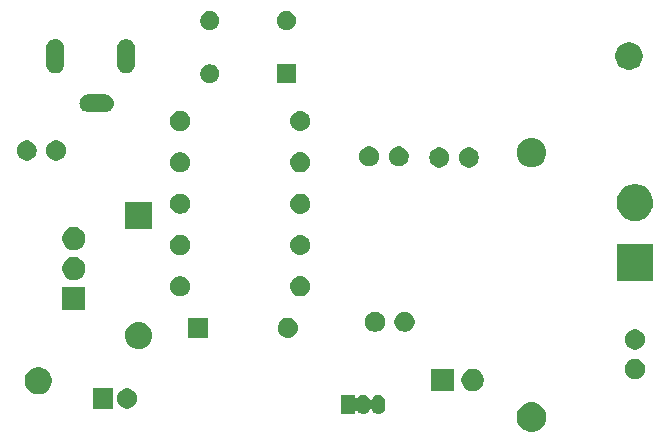
<source format=gbr>
G04 #@! TF.GenerationSoftware,KiCad,Pcbnew,(5.0.1)-3*
G04 #@! TF.CreationDate,2021-02-18T11:14:39+05:45*
G04 #@! TF.ProjectId,Battery-Charger,426174746572792D436861726765722E,rev?*
G04 #@! TF.SameCoordinates,Original*
G04 #@! TF.FileFunction,Soldermask,Bot*
G04 #@! TF.FilePolarity,Negative*
%FSLAX46Y46*%
G04 Gerber Fmt 4.6, Leading zero omitted, Abs format (unit mm)*
G04 Created by KiCad (PCBNEW (5.0.1)-3) date 2/18/2021 11:14:39 AM*
%MOMM*%
%LPD*%
G01*
G04 APERTURE LIST*
%ADD10C,0.100000*%
G04 APERTURE END LIST*
D10*
G36*
X166933635Y-101831019D02*
X167114903Y-101867075D01*
X167342571Y-101961378D01*
X167546542Y-102097668D01*
X167547469Y-102098287D01*
X167721713Y-102272531D01*
X167721715Y-102272534D01*
X167858622Y-102477429D01*
X167952925Y-102705097D01*
X168001000Y-102946787D01*
X168001000Y-103193213D01*
X167952925Y-103434903D01*
X167858622Y-103662571D01*
X167722332Y-103866542D01*
X167721713Y-103867469D01*
X167547469Y-104041713D01*
X167547466Y-104041715D01*
X167342571Y-104178622D01*
X167114903Y-104272925D01*
X166933635Y-104308981D01*
X166873214Y-104321000D01*
X166626786Y-104321000D01*
X166566365Y-104308981D01*
X166385097Y-104272925D01*
X166157429Y-104178622D01*
X165952534Y-104041715D01*
X165952531Y-104041713D01*
X165778287Y-103867469D01*
X165777668Y-103866542D01*
X165641378Y-103662571D01*
X165547075Y-103434903D01*
X165499000Y-103193213D01*
X165499000Y-102946787D01*
X165547075Y-102705097D01*
X165641378Y-102477429D01*
X165778285Y-102272534D01*
X165778287Y-102272531D01*
X165952531Y-102098287D01*
X165953458Y-102097668D01*
X166157429Y-101961378D01*
X166385097Y-101867075D01*
X166566365Y-101831019D01*
X166626786Y-101819000D01*
X166873214Y-101819000D01*
X166933635Y-101831019D01*
X166933635Y-101831019D01*
G37*
G36*
X153882915Y-101207334D02*
X153991491Y-101240271D01*
X154091556Y-101293756D01*
X154179264Y-101365736D01*
X154251244Y-101453443D01*
X154304729Y-101553508D01*
X154337666Y-101662084D01*
X154346000Y-101746702D01*
X154346000Y-102253297D01*
X154337666Y-102337916D01*
X154304729Y-102446492D01*
X154251244Y-102546557D01*
X154179264Y-102634264D01*
X154091557Y-102706244D01*
X153991492Y-102759729D01*
X153882916Y-102792666D01*
X153770000Y-102803787D01*
X153657085Y-102792666D01*
X153548509Y-102759729D01*
X153448444Y-102706244D01*
X153360737Y-102634264D01*
X153288757Y-102546557D01*
X153245240Y-102465143D01*
X153231627Y-102444768D01*
X153214299Y-102427441D01*
X153193925Y-102413827D01*
X153171286Y-102404450D01*
X153147253Y-102399669D01*
X153122748Y-102399669D01*
X153098715Y-102404449D01*
X153076076Y-102413827D01*
X153055701Y-102427440D01*
X153038374Y-102444768D01*
X153024760Y-102465143D01*
X152981244Y-102546557D01*
X152909264Y-102634264D01*
X152821557Y-102706244D01*
X152721492Y-102759729D01*
X152612916Y-102792666D01*
X152500000Y-102803787D01*
X152387085Y-102792666D01*
X152278509Y-102759729D01*
X152178444Y-102706244D01*
X152090737Y-102634264D01*
X152027626Y-102557364D01*
X152010299Y-102540036D01*
X151989924Y-102526423D01*
X151967285Y-102517045D01*
X151943252Y-102512265D01*
X151918748Y-102512265D01*
X151894714Y-102517046D01*
X151872075Y-102526423D01*
X151851701Y-102540037D01*
X151834373Y-102557364D01*
X151820760Y-102577739D01*
X151811382Y-102600378D01*
X151806000Y-102636663D01*
X151806000Y-102801000D01*
X150654000Y-102801000D01*
X150654000Y-101199000D01*
X151806000Y-101199000D01*
X151806000Y-101363337D01*
X151808402Y-101387723D01*
X151815515Y-101411172D01*
X151827066Y-101432783D01*
X151842612Y-101451725D01*
X151861554Y-101467271D01*
X151883165Y-101478822D01*
X151906614Y-101485935D01*
X151931000Y-101488337D01*
X151955386Y-101485935D01*
X151978835Y-101478822D01*
X152000446Y-101467271D01*
X152027626Y-101442636D01*
X152035712Y-101432783D01*
X152090736Y-101365736D01*
X152178443Y-101293756D01*
X152278508Y-101240271D01*
X152387084Y-101207334D01*
X152500000Y-101196213D01*
X152612915Y-101207334D01*
X152721491Y-101240271D01*
X152821556Y-101293756D01*
X152909264Y-101365736D01*
X152981244Y-101453443D01*
X153024767Y-101534869D01*
X153038373Y-101555232D01*
X153055700Y-101572560D01*
X153076075Y-101586174D01*
X153098713Y-101595551D01*
X153122747Y-101600332D01*
X153147251Y-101600332D01*
X153171285Y-101595552D01*
X153193924Y-101586175D01*
X153214298Y-101572561D01*
X153231626Y-101555234D01*
X153245240Y-101534858D01*
X153288756Y-101453444D01*
X153305712Y-101432783D01*
X153360736Y-101365736D01*
X153448443Y-101293756D01*
X153548508Y-101240271D01*
X153657084Y-101207334D01*
X153770000Y-101196213D01*
X153882915Y-101207334D01*
X153882915Y-101207334D01*
G37*
G36*
X132748228Y-100681703D02*
X132903100Y-100745853D01*
X133042481Y-100838985D01*
X133161015Y-100957519D01*
X133254147Y-101096900D01*
X133318297Y-101251772D01*
X133351000Y-101416184D01*
X133351000Y-101583816D01*
X133318297Y-101748228D01*
X133254147Y-101903100D01*
X133161015Y-102042481D01*
X133042481Y-102161015D01*
X132903100Y-102254147D01*
X132748228Y-102318297D01*
X132583816Y-102351000D01*
X132416184Y-102351000D01*
X132251772Y-102318297D01*
X132096900Y-102254147D01*
X131957519Y-102161015D01*
X131838985Y-102042481D01*
X131745853Y-101903100D01*
X131681703Y-101748228D01*
X131649000Y-101583816D01*
X131649000Y-101416184D01*
X131681703Y-101251772D01*
X131745853Y-101096900D01*
X131838985Y-100957519D01*
X131957519Y-100838985D01*
X132096900Y-100745853D01*
X132251772Y-100681703D01*
X132416184Y-100649000D01*
X132583816Y-100649000D01*
X132748228Y-100681703D01*
X132748228Y-100681703D01*
G37*
G36*
X131351000Y-102351000D02*
X129649000Y-102351000D01*
X129649000Y-100649000D01*
X131351000Y-100649000D01*
X131351000Y-102351000D01*
X131351000Y-102351000D01*
G37*
G36*
X125335734Y-98893232D02*
X125545202Y-98979996D01*
X125733723Y-99105962D01*
X125894038Y-99266277D01*
X126020004Y-99454798D01*
X126106768Y-99664266D01*
X126151000Y-99886635D01*
X126151000Y-100113365D01*
X126106768Y-100335734D01*
X126020004Y-100545202D01*
X125894038Y-100733723D01*
X125733723Y-100894038D01*
X125545202Y-101020004D01*
X125335734Y-101106768D01*
X125113365Y-101151000D01*
X124886635Y-101151000D01*
X124664266Y-101106768D01*
X124454798Y-101020004D01*
X124266277Y-100894038D01*
X124105962Y-100733723D01*
X123979996Y-100545202D01*
X123893232Y-100335734D01*
X123849000Y-100113365D01*
X123849000Y-99886635D01*
X123893232Y-99664266D01*
X123979996Y-99454798D01*
X124105962Y-99266277D01*
X124266277Y-99105962D01*
X124454798Y-98979996D01*
X124664266Y-98893232D01*
X124886635Y-98849000D01*
X125113365Y-98849000D01*
X125335734Y-98893232D01*
X125335734Y-98893232D01*
G37*
G36*
X162047396Y-99005546D02*
X162220466Y-99077234D01*
X162376230Y-99181312D01*
X162508688Y-99313770D01*
X162612766Y-99469534D01*
X162684454Y-99642604D01*
X162721000Y-99826333D01*
X162721000Y-100013667D01*
X162684454Y-100197396D01*
X162612766Y-100370466D01*
X162508688Y-100526230D01*
X162376230Y-100658688D01*
X162220466Y-100762766D01*
X162047396Y-100834454D01*
X161863667Y-100871000D01*
X161676333Y-100871000D01*
X161492604Y-100834454D01*
X161319534Y-100762766D01*
X161163770Y-100658688D01*
X161031312Y-100526230D01*
X160927234Y-100370466D01*
X160855546Y-100197396D01*
X160819000Y-100013667D01*
X160819000Y-99826333D01*
X160855546Y-99642604D01*
X160927234Y-99469534D01*
X161031312Y-99313770D01*
X161163770Y-99181312D01*
X161319534Y-99077234D01*
X161492604Y-99005546D01*
X161676333Y-98969000D01*
X161863667Y-98969000D01*
X162047396Y-99005546D01*
X162047396Y-99005546D01*
G37*
G36*
X160181000Y-100871000D02*
X158279000Y-100871000D01*
X158279000Y-98969000D01*
X160181000Y-98969000D01*
X160181000Y-100871000D01*
X160181000Y-100871000D01*
G37*
G36*
X175748228Y-98181703D02*
X175903100Y-98245853D01*
X176042481Y-98338985D01*
X176161015Y-98457519D01*
X176254147Y-98596900D01*
X176318297Y-98751772D01*
X176351000Y-98916184D01*
X176351000Y-99083816D01*
X176318297Y-99248228D01*
X176254147Y-99403100D01*
X176161015Y-99542481D01*
X176042481Y-99661015D01*
X175903100Y-99754147D01*
X175748228Y-99818297D01*
X175583816Y-99851000D01*
X175416184Y-99851000D01*
X175251772Y-99818297D01*
X175096900Y-99754147D01*
X174957519Y-99661015D01*
X174838985Y-99542481D01*
X174745853Y-99403100D01*
X174681703Y-99248228D01*
X174649000Y-99083816D01*
X174649000Y-98916184D01*
X174681703Y-98751772D01*
X174745853Y-98596900D01*
X174838985Y-98457519D01*
X174957519Y-98338985D01*
X175096900Y-98245853D01*
X175251772Y-98181703D01*
X175416184Y-98149000D01*
X175583816Y-98149000D01*
X175748228Y-98181703D01*
X175748228Y-98181703D01*
G37*
G36*
X175748228Y-95681703D02*
X175903100Y-95745853D01*
X176042481Y-95838985D01*
X176161015Y-95957519D01*
X176254147Y-96096900D01*
X176318297Y-96251772D01*
X176351000Y-96416184D01*
X176351000Y-96583816D01*
X176318297Y-96748228D01*
X176254147Y-96903100D01*
X176161015Y-97042481D01*
X176042481Y-97161015D01*
X175903100Y-97254147D01*
X175748228Y-97318297D01*
X175583816Y-97351000D01*
X175416184Y-97351000D01*
X175251772Y-97318297D01*
X175096900Y-97254147D01*
X174957519Y-97161015D01*
X174838985Y-97042481D01*
X174745853Y-96903100D01*
X174681703Y-96748228D01*
X174649000Y-96583816D01*
X174649000Y-96416184D01*
X174681703Y-96251772D01*
X174745853Y-96096900D01*
X174838985Y-95957519D01*
X174957519Y-95838985D01*
X175096900Y-95745853D01*
X175251772Y-95681703D01*
X175416184Y-95649000D01*
X175583816Y-95649000D01*
X175748228Y-95681703D01*
X175748228Y-95681703D01*
G37*
G36*
X133624180Y-95015662D02*
X133725635Y-95025654D01*
X133942600Y-95091470D01*
X133942602Y-95091471D01*
X133942605Y-95091472D01*
X134142556Y-95198347D01*
X134317818Y-95342182D01*
X134461653Y-95517444D01*
X134568528Y-95717395D01*
X134568529Y-95717398D01*
X134568530Y-95717400D01*
X134634346Y-95934365D01*
X134656569Y-96160000D01*
X134634346Y-96385635D01*
X134574228Y-96583816D01*
X134568528Y-96602605D01*
X134461653Y-96802556D01*
X134317818Y-96977818D01*
X134142556Y-97121653D01*
X133942605Y-97228528D01*
X133942602Y-97228529D01*
X133942600Y-97228530D01*
X133725635Y-97294346D01*
X133624180Y-97304338D01*
X133556545Y-97311000D01*
X133443455Y-97311000D01*
X133375820Y-97304338D01*
X133274365Y-97294346D01*
X133057400Y-97228530D01*
X133057398Y-97228529D01*
X133057395Y-97228528D01*
X132857444Y-97121653D01*
X132682182Y-96977818D01*
X132538347Y-96802556D01*
X132431472Y-96602605D01*
X132425772Y-96583816D01*
X132365654Y-96385635D01*
X132343431Y-96160000D01*
X132365654Y-95934365D01*
X132431470Y-95717400D01*
X132431471Y-95717398D01*
X132431472Y-95717395D01*
X132538347Y-95517444D01*
X132682182Y-95342182D01*
X132857444Y-95198347D01*
X133057395Y-95091472D01*
X133057398Y-95091471D01*
X133057400Y-95091470D01*
X133274365Y-95025654D01*
X133375820Y-95015662D01*
X133443455Y-95009000D01*
X133556545Y-95009000D01*
X133624180Y-95015662D01*
X133624180Y-95015662D01*
G37*
G36*
X146286821Y-94661313D02*
X146286824Y-94661314D01*
X146286825Y-94661314D01*
X146447239Y-94709975D01*
X146447241Y-94709976D01*
X146447244Y-94709977D01*
X146595078Y-94788995D01*
X146724659Y-94895341D01*
X146831005Y-95024922D01*
X146910023Y-95172756D01*
X146910024Y-95172759D01*
X146910025Y-95172761D01*
X146958686Y-95333175D01*
X146958687Y-95333179D01*
X146975117Y-95500000D01*
X146958687Y-95666821D01*
X146958686Y-95666824D01*
X146958686Y-95666825D01*
X146912738Y-95818297D01*
X146910023Y-95827244D01*
X146831005Y-95975078D01*
X146724659Y-96104659D01*
X146595078Y-96211005D01*
X146447244Y-96290023D01*
X146447241Y-96290024D01*
X146447239Y-96290025D01*
X146286825Y-96338686D01*
X146286824Y-96338686D01*
X146286821Y-96338687D01*
X146161804Y-96351000D01*
X146078196Y-96351000D01*
X145953179Y-96338687D01*
X145953176Y-96338686D01*
X145953175Y-96338686D01*
X145792761Y-96290025D01*
X145792759Y-96290024D01*
X145792756Y-96290023D01*
X145644922Y-96211005D01*
X145515341Y-96104659D01*
X145408995Y-95975078D01*
X145329977Y-95827244D01*
X145327263Y-95818297D01*
X145281314Y-95666825D01*
X145281314Y-95666824D01*
X145281313Y-95666821D01*
X145264883Y-95500000D01*
X145281313Y-95333179D01*
X145281314Y-95333175D01*
X145329975Y-95172761D01*
X145329976Y-95172759D01*
X145329977Y-95172756D01*
X145408995Y-95024922D01*
X145515341Y-94895341D01*
X145644922Y-94788995D01*
X145792756Y-94709977D01*
X145792759Y-94709976D01*
X145792761Y-94709975D01*
X145953175Y-94661314D01*
X145953176Y-94661314D01*
X145953179Y-94661313D01*
X146078196Y-94649000D01*
X146161804Y-94649000D01*
X146286821Y-94661313D01*
X146286821Y-94661313D01*
G37*
G36*
X139351000Y-96351000D02*
X137649000Y-96351000D01*
X137649000Y-94649000D01*
X139351000Y-94649000D01*
X139351000Y-96351000D01*
X139351000Y-96351000D01*
G37*
G36*
X156248228Y-94181703D02*
X156403100Y-94245853D01*
X156542481Y-94338985D01*
X156661015Y-94457519D01*
X156754147Y-94596900D01*
X156818297Y-94751772D01*
X156851000Y-94916184D01*
X156851000Y-95083816D01*
X156818297Y-95248228D01*
X156754147Y-95403100D01*
X156661015Y-95542481D01*
X156542481Y-95661015D01*
X156403100Y-95754147D01*
X156248228Y-95818297D01*
X156083816Y-95851000D01*
X155916184Y-95851000D01*
X155751772Y-95818297D01*
X155596900Y-95754147D01*
X155457519Y-95661015D01*
X155338985Y-95542481D01*
X155245853Y-95403100D01*
X155181703Y-95248228D01*
X155149000Y-95083816D01*
X155149000Y-94916184D01*
X155181703Y-94751772D01*
X155245853Y-94596900D01*
X155338985Y-94457519D01*
X155457519Y-94338985D01*
X155596900Y-94245853D01*
X155751772Y-94181703D01*
X155916184Y-94149000D01*
X156083816Y-94149000D01*
X156248228Y-94181703D01*
X156248228Y-94181703D01*
G37*
G36*
X153748228Y-94181703D02*
X153903100Y-94245853D01*
X154042481Y-94338985D01*
X154161015Y-94457519D01*
X154254147Y-94596900D01*
X154318297Y-94751772D01*
X154351000Y-94916184D01*
X154351000Y-95083816D01*
X154318297Y-95248228D01*
X154254147Y-95403100D01*
X154161015Y-95542481D01*
X154042481Y-95661015D01*
X153903100Y-95754147D01*
X153748228Y-95818297D01*
X153583816Y-95851000D01*
X153416184Y-95851000D01*
X153251772Y-95818297D01*
X153096900Y-95754147D01*
X152957519Y-95661015D01*
X152838985Y-95542481D01*
X152745853Y-95403100D01*
X152681703Y-95248228D01*
X152649000Y-95083816D01*
X152649000Y-94916184D01*
X152681703Y-94751772D01*
X152745853Y-94596900D01*
X152838985Y-94457519D01*
X152957519Y-94338985D01*
X153096900Y-94245853D01*
X153251772Y-94181703D01*
X153416184Y-94149000D01*
X153583816Y-94149000D01*
X153748228Y-94181703D01*
X153748228Y-94181703D01*
G37*
G36*
X128981000Y-94021000D02*
X127019000Y-94021000D01*
X127019000Y-92059000D01*
X128981000Y-92059000D01*
X128981000Y-94021000D01*
X128981000Y-94021000D01*
G37*
G36*
X147326821Y-91161313D02*
X147326824Y-91161314D01*
X147326825Y-91161314D01*
X147487239Y-91209975D01*
X147487241Y-91209976D01*
X147487244Y-91209977D01*
X147635078Y-91288995D01*
X147764659Y-91395341D01*
X147871005Y-91524922D01*
X147950023Y-91672756D01*
X147950024Y-91672759D01*
X147950025Y-91672761D01*
X147998686Y-91833175D01*
X147998687Y-91833179D01*
X148015117Y-92000000D01*
X147998687Y-92166821D01*
X147998686Y-92166824D01*
X147998686Y-92166825D01*
X147973993Y-92248228D01*
X147950023Y-92327244D01*
X147871005Y-92475078D01*
X147764659Y-92604659D01*
X147635078Y-92711005D01*
X147487244Y-92790023D01*
X147487241Y-92790024D01*
X147487239Y-92790025D01*
X147326825Y-92838686D01*
X147326824Y-92838686D01*
X147326821Y-92838687D01*
X147201804Y-92851000D01*
X147118196Y-92851000D01*
X146993179Y-92838687D01*
X146993176Y-92838686D01*
X146993175Y-92838686D01*
X146832761Y-92790025D01*
X146832759Y-92790024D01*
X146832756Y-92790023D01*
X146684922Y-92711005D01*
X146555341Y-92604659D01*
X146448995Y-92475078D01*
X146369977Y-92327244D01*
X146346008Y-92248228D01*
X146321314Y-92166825D01*
X146321314Y-92166824D01*
X146321313Y-92166821D01*
X146304883Y-92000000D01*
X146321313Y-91833179D01*
X146321314Y-91833175D01*
X146369975Y-91672761D01*
X146369976Y-91672759D01*
X146369977Y-91672756D01*
X146448995Y-91524922D01*
X146555341Y-91395341D01*
X146684922Y-91288995D01*
X146832756Y-91209977D01*
X146832759Y-91209976D01*
X146832761Y-91209975D01*
X146993175Y-91161314D01*
X146993176Y-91161314D01*
X146993179Y-91161313D01*
X147118196Y-91149000D01*
X147201804Y-91149000D01*
X147326821Y-91161313D01*
X147326821Y-91161313D01*
G37*
G36*
X137248228Y-91181703D02*
X137403100Y-91245853D01*
X137542481Y-91338985D01*
X137661015Y-91457519D01*
X137754147Y-91596900D01*
X137818297Y-91751772D01*
X137851000Y-91916184D01*
X137851000Y-92083816D01*
X137818297Y-92248228D01*
X137754147Y-92403100D01*
X137661015Y-92542481D01*
X137542481Y-92661015D01*
X137403100Y-92754147D01*
X137248228Y-92818297D01*
X137083816Y-92851000D01*
X136916184Y-92851000D01*
X136751772Y-92818297D01*
X136596900Y-92754147D01*
X136457519Y-92661015D01*
X136338985Y-92542481D01*
X136245853Y-92403100D01*
X136181703Y-92248228D01*
X136149000Y-92083816D01*
X136149000Y-91916184D01*
X136181703Y-91751772D01*
X136245853Y-91596900D01*
X136338985Y-91457519D01*
X136457519Y-91338985D01*
X136596900Y-91245853D01*
X136751772Y-91181703D01*
X136916184Y-91149000D01*
X137083816Y-91149000D01*
X137248228Y-91181703D01*
X137248228Y-91181703D01*
G37*
G36*
X177051000Y-91551000D02*
X173949000Y-91551000D01*
X173949000Y-88449000D01*
X177051000Y-88449000D01*
X177051000Y-91551000D01*
X177051000Y-91551000D01*
G37*
G36*
X128144002Y-89528425D02*
X128286147Y-89556699D01*
X128464678Y-89630649D01*
X128625351Y-89738007D01*
X128761993Y-89874649D01*
X128869351Y-90035322D01*
X128943301Y-90213853D01*
X128981000Y-90403380D01*
X128981000Y-90596620D01*
X128943301Y-90786147D01*
X128869351Y-90964678D01*
X128761993Y-91125351D01*
X128625351Y-91261993D01*
X128464678Y-91369351D01*
X128286147Y-91443301D01*
X128144002Y-91471575D01*
X128096621Y-91481000D01*
X127903379Y-91481000D01*
X127855998Y-91471575D01*
X127713853Y-91443301D01*
X127535322Y-91369351D01*
X127374649Y-91261993D01*
X127238007Y-91125351D01*
X127130649Y-90964678D01*
X127056699Y-90786147D01*
X127019000Y-90596620D01*
X127019000Y-90403380D01*
X127056699Y-90213853D01*
X127130649Y-90035322D01*
X127238007Y-89874649D01*
X127374649Y-89738007D01*
X127535322Y-89630649D01*
X127713853Y-89556699D01*
X127855998Y-89528425D01*
X127903379Y-89519000D01*
X128096621Y-89519000D01*
X128144002Y-89528425D01*
X128144002Y-89528425D01*
G37*
G36*
X137248228Y-87681703D02*
X137403100Y-87745853D01*
X137542481Y-87838985D01*
X137661015Y-87957519D01*
X137754147Y-88096900D01*
X137818297Y-88251772D01*
X137851000Y-88416184D01*
X137851000Y-88583816D01*
X137818297Y-88748228D01*
X137754147Y-88903100D01*
X137661015Y-89042481D01*
X137542481Y-89161015D01*
X137403100Y-89254147D01*
X137248228Y-89318297D01*
X137083816Y-89351000D01*
X136916184Y-89351000D01*
X136751772Y-89318297D01*
X136596900Y-89254147D01*
X136457519Y-89161015D01*
X136338985Y-89042481D01*
X136245853Y-88903100D01*
X136181703Y-88748228D01*
X136149000Y-88583816D01*
X136149000Y-88416184D01*
X136181703Y-88251772D01*
X136245853Y-88096900D01*
X136338985Y-87957519D01*
X136457519Y-87838985D01*
X136596900Y-87745853D01*
X136751772Y-87681703D01*
X136916184Y-87649000D01*
X137083816Y-87649000D01*
X137248228Y-87681703D01*
X137248228Y-87681703D01*
G37*
G36*
X147326821Y-87661313D02*
X147326824Y-87661314D01*
X147326825Y-87661314D01*
X147487239Y-87709975D01*
X147487241Y-87709976D01*
X147487244Y-87709977D01*
X147635078Y-87788995D01*
X147764659Y-87895341D01*
X147871005Y-88024922D01*
X147950023Y-88172756D01*
X147950024Y-88172759D01*
X147950025Y-88172761D01*
X147998686Y-88333175D01*
X147998687Y-88333179D01*
X148015117Y-88500000D01*
X147998687Y-88666821D01*
X147998686Y-88666824D01*
X147998686Y-88666825D01*
X147973993Y-88748228D01*
X147950023Y-88827244D01*
X147871005Y-88975078D01*
X147764659Y-89104659D01*
X147635078Y-89211005D01*
X147487244Y-89290023D01*
X147487241Y-89290024D01*
X147487239Y-89290025D01*
X147326825Y-89338686D01*
X147326824Y-89338686D01*
X147326821Y-89338687D01*
X147201804Y-89351000D01*
X147118196Y-89351000D01*
X146993179Y-89338687D01*
X146993176Y-89338686D01*
X146993175Y-89338686D01*
X146832761Y-89290025D01*
X146832759Y-89290024D01*
X146832756Y-89290023D01*
X146684922Y-89211005D01*
X146555341Y-89104659D01*
X146448995Y-88975078D01*
X146369977Y-88827244D01*
X146346008Y-88748228D01*
X146321314Y-88666825D01*
X146321314Y-88666824D01*
X146321313Y-88666821D01*
X146304883Y-88500000D01*
X146321313Y-88333179D01*
X146321314Y-88333175D01*
X146369975Y-88172761D01*
X146369976Y-88172759D01*
X146369977Y-88172756D01*
X146448995Y-88024922D01*
X146555341Y-87895341D01*
X146684922Y-87788995D01*
X146832756Y-87709977D01*
X146832759Y-87709976D01*
X146832761Y-87709975D01*
X146993175Y-87661314D01*
X146993176Y-87661314D01*
X146993179Y-87661313D01*
X147118196Y-87649000D01*
X147201804Y-87649000D01*
X147326821Y-87661313D01*
X147326821Y-87661313D01*
G37*
G36*
X128144002Y-86988425D02*
X128286147Y-87016699D01*
X128464678Y-87090649D01*
X128625351Y-87198007D01*
X128761993Y-87334649D01*
X128869351Y-87495322D01*
X128943301Y-87673853D01*
X128981000Y-87863380D01*
X128981000Y-88056620D01*
X128943301Y-88246147D01*
X128869351Y-88424678D01*
X128761993Y-88585351D01*
X128625351Y-88721993D01*
X128464678Y-88829351D01*
X128286147Y-88903301D01*
X128144002Y-88931575D01*
X128096621Y-88941000D01*
X127903379Y-88941000D01*
X127855998Y-88931575D01*
X127713853Y-88903301D01*
X127535322Y-88829351D01*
X127374649Y-88721993D01*
X127238007Y-88585351D01*
X127130649Y-88424678D01*
X127056699Y-88246147D01*
X127019000Y-88056620D01*
X127019000Y-87863380D01*
X127056699Y-87673853D01*
X127130649Y-87495322D01*
X127238007Y-87334649D01*
X127374649Y-87198007D01*
X127535322Y-87090649D01*
X127713853Y-87016699D01*
X127855998Y-86988425D01*
X127903379Y-86979000D01*
X128096621Y-86979000D01*
X128144002Y-86988425D01*
X128144002Y-86988425D01*
G37*
G36*
X134651000Y-87151000D02*
X132349000Y-87151000D01*
X132349000Y-84849000D01*
X134651000Y-84849000D01*
X134651000Y-87151000D01*
X134651000Y-87151000D01*
G37*
G36*
X175852527Y-83408736D02*
X175952410Y-83428604D01*
X176234674Y-83545521D01*
X176488705Y-83715259D01*
X176704741Y-83931295D01*
X176874479Y-84185326D01*
X176987224Y-84457519D01*
X176991396Y-84467591D01*
X177051000Y-84767238D01*
X177051000Y-85072762D01*
X177016097Y-85248228D01*
X176991396Y-85372410D01*
X176874479Y-85654674D01*
X176704741Y-85908705D01*
X176488705Y-86124741D01*
X176234674Y-86294479D01*
X175952410Y-86411396D01*
X175852527Y-86431264D01*
X175652762Y-86471000D01*
X175347238Y-86471000D01*
X175147473Y-86431264D01*
X175047590Y-86411396D01*
X174765326Y-86294479D01*
X174511295Y-86124741D01*
X174295259Y-85908705D01*
X174125521Y-85654674D01*
X174008604Y-85372410D01*
X173983903Y-85248228D01*
X173949000Y-85072762D01*
X173949000Y-84767238D01*
X174008604Y-84467591D01*
X174012776Y-84457519D01*
X174125521Y-84185326D01*
X174295259Y-83931295D01*
X174511295Y-83715259D01*
X174765326Y-83545521D01*
X175047590Y-83428604D01*
X175147473Y-83408736D01*
X175347238Y-83369000D01*
X175652762Y-83369000D01*
X175852527Y-83408736D01*
X175852527Y-83408736D01*
G37*
G36*
X137248228Y-84181703D02*
X137403100Y-84245853D01*
X137542481Y-84338985D01*
X137661015Y-84457519D01*
X137754147Y-84596900D01*
X137818297Y-84751772D01*
X137851000Y-84916184D01*
X137851000Y-85083816D01*
X137818297Y-85248228D01*
X137754147Y-85403100D01*
X137661015Y-85542481D01*
X137542481Y-85661015D01*
X137403100Y-85754147D01*
X137248228Y-85818297D01*
X137083816Y-85851000D01*
X136916184Y-85851000D01*
X136751772Y-85818297D01*
X136596900Y-85754147D01*
X136457519Y-85661015D01*
X136338985Y-85542481D01*
X136245853Y-85403100D01*
X136181703Y-85248228D01*
X136149000Y-85083816D01*
X136149000Y-84916184D01*
X136181703Y-84751772D01*
X136245853Y-84596900D01*
X136338985Y-84457519D01*
X136457519Y-84338985D01*
X136596900Y-84245853D01*
X136751772Y-84181703D01*
X136916184Y-84149000D01*
X137083816Y-84149000D01*
X137248228Y-84181703D01*
X137248228Y-84181703D01*
G37*
G36*
X147326821Y-84161313D02*
X147326824Y-84161314D01*
X147326825Y-84161314D01*
X147487239Y-84209975D01*
X147487241Y-84209976D01*
X147487244Y-84209977D01*
X147635078Y-84288995D01*
X147764659Y-84395341D01*
X147871005Y-84524922D01*
X147950023Y-84672756D01*
X147950024Y-84672759D01*
X147950025Y-84672761D01*
X147978684Y-84767238D01*
X147998687Y-84833179D01*
X148015117Y-85000000D01*
X147998687Y-85166821D01*
X147998686Y-85166824D01*
X147998686Y-85166825D01*
X147973993Y-85248228D01*
X147950023Y-85327244D01*
X147871005Y-85475078D01*
X147764659Y-85604659D01*
X147635078Y-85711005D01*
X147487244Y-85790023D01*
X147487241Y-85790024D01*
X147487239Y-85790025D01*
X147326825Y-85838686D01*
X147326824Y-85838686D01*
X147326821Y-85838687D01*
X147201804Y-85851000D01*
X147118196Y-85851000D01*
X146993179Y-85838687D01*
X146993176Y-85838686D01*
X146993175Y-85838686D01*
X146832761Y-85790025D01*
X146832759Y-85790024D01*
X146832756Y-85790023D01*
X146684922Y-85711005D01*
X146555341Y-85604659D01*
X146448995Y-85475078D01*
X146369977Y-85327244D01*
X146346008Y-85248228D01*
X146321314Y-85166825D01*
X146321314Y-85166824D01*
X146321313Y-85166821D01*
X146304883Y-85000000D01*
X146321313Y-84833179D01*
X146341316Y-84767238D01*
X146369975Y-84672761D01*
X146369976Y-84672759D01*
X146369977Y-84672756D01*
X146448995Y-84524922D01*
X146555341Y-84395341D01*
X146684922Y-84288995D01*
X146832756Y-84209977D01*
X146832759Y-84209976D01*
X146832761Y-84209975D01*
X146993175Y-84161314D01*
X146993176Y-84161314D01*
X146993179Y-84161313D01*
X147118196Y-84149000D01*
X147201804Y-84149000D01*
X147326821Y-84161313D01*
X147326821Y-84161313D01*
G37*
G36*
X147326821Y-80661313D02*
X147326824Y-80661314D01*
X147326825Y-80661314D01*
X147487239Y-80709975D01*
X147487241Y-80709976D01*
X147487244Y-80709977D01*
X147635078Y-80788995D01*
X147764659Y-80895341D01*
X147871005Y-81024922D01*
X147950023Y-81172756D01*
X147950024Y-81172759D01*
X147950025Y-81172761D01*
X147994173Y-81318297D01*
X147998687Y-81333179D01*
X148015117Y-81500000D01*
X147998687Y-81666821D01*
X147998686Y-81666824D01*
X147998686Y-81666825D01*
X147952738Y-81818297D01*
X147950023Y-81827244D01*
X147871005Y-81975078D01*
X147764659Y-82104659D01*
X147635078Y-82211005D01*
X147487244Y-82290023D01*
X147487241Y-82290024D01*
X147487239Y-82290025D01*
X147326825Y-82338686D01*
X147326824Y-82338686D01*
X147326821Y-82338687D01*
X147201804Y-82351000D01*
X147118196Y-82351000D01*
X146993179Y-82338687D01*
X146993176Y-82338686D01*
X146993175Y-82338686D01*
X146832761Y-82290025D01*
X146832759Y-82290024D01*
X146832756Y-82290023D01*
X146684922Y-82211005D01*
X146555341Y-82104659D01*
X146448995Y-81975078D01*
X146369977Y-81827244D01*
X146367263Y-81818297D01*
X146321314Y-81666825D01*
X146321314Y-81666824D01*
X146321313Y-81666821D01*
X146304883Y-81500000D01*
X146321313Y-81333179D01*
X146325827Y-81318297D01*
X146369975Y-81172761D01*
X146369976Y-81172759D01*
X146369977Y-81172756D01*
X146448995Y-81024922D01*
X146555341Y-80895341D01*
X146684922Y-80788995D01*
X146832756Y-80709977D01*
X146832759Y-80709976D01*
X146832761Y-80709975D01*
X146993175Y-80661314D01*
X146993176Y-80661314D01*
X146993179Y-80661313D01*
X147118196Y-80649000D01*
X147201804Y-80649000D01*
X147326821Y-80661313D01*
X147326821Y-80661313D01*
G37*
G36*
X137248228Y-80681703D02*
X137403100Y-80745853D01*
X137542481Y-80838985D01*
X137661015Y-80957519D01*
X137754147Y-81096900D01*
X137818297Y-81251772D01*
X137851000Y-81416184D01*
X137851000Y-81583816D01*
X137818297Y-81748228D01*
X137754147Y-81903100D01*
X137661015Y-82042481D01*
X137542481Y-82161015D01*
X137403100Y-82254147D01*
X137248228Y-82318297D01*
X137083816Y-82351000D01*
X136916184Y-82351000D01*
X136751772Y-82318297D01*
X136596900Y-82254147D01*
X136457519Y-82161015D01*
X136338985Y-82042481D01*
X136245853Y-81903100D01*
X136181703Y-81748228D01*
X136149000Y-81583816D01*
X136149000Y-81416184D01*
X136181703Y-81251772D01*
X136245853Y-81096900D01*
X136338985Y-80957519D01*
X136457519Y-80838985D01*
X136596900Y-80745853D01*
X136751772Y-80681703D01*
X136916184Y-80649000D01*
X137083816Y-80649000D01*
X137248228Y-80681703D01*
X137248228Y-80681703D01*
G37*
G36*
X161688228Y-80271703D02*
X161843100Y-80335853D01*
X161982481Y-80428985D01*
X162101015Y-80547519D01*
X162194147Y-80686900D01*
X162258297Y-80841772D01*
X162291000Y-81006184D01*
X162291000Y-81173816D01*
X162258297Y-81338228D01*
X162194147Y-81493100D01*
X162101015Y-81632481D01*
X161982481Y-81751015D01*
X161843100Y-81844147D01*
X161688228Y-81908297D01*
X161523816Y-81941000D01*
X161356184Y-81941000D01*
X161191772Y-81908297D01*
X161036900Y-81844147D01*
X160897519Y-81751015D01*
X160778985Y-81632481D01*
X160685853Y-81493100D01*
X160621703Y-81338228D01*
X160589000Y-81173816D01*
X160589000Y-81006184D01*
X160621703Y-80841772D01*
X160685853Y-80686900D01*
X160778985Y-80547519D01*
X160897519Y-80428985D01*
X161036900Y-80335853D01*
X161191772Y-80271703D01*
X161356184Y-80239000D01*
X161523816Y-80239000D01*
X161688228Y-80271703D01*
X161688228Y-80271703D01*
G37*
G36*
X159188228Y-80271703D02*
X159343100Y-80335853D01*
X159482481Y-80428985D01*
X159601015Y-80547519D01*
X159694147Y-80686900D01*
X159758297Y-80841772D01*
X159791000Y-81006184D01*
X159791000Y-81173816D01*
X159758297Y-81338228D01*
X159694147Y-81493100D01*
X159601015Y-81632481D01*
X159482481Y-81751015D01*
X159343100Y-81844147D01*
X159188228Y-81908297D01*
X159023816Y-81941000D01*
X158856184Y-81941000D01*
X158691772Y-81908297D01*
X158536900Y-81844147D01*
X158397519Y-81751015D01*
X158278985Y-81632481D01*
X158185853Y-81493100D01*
X158121703Y-81338228D01*
X158089000Y-81173816D01*
X158089000Y-81006184D01*
X158121703Y-80841772D01*
X158185853Y-80686900D01*
X158278985Y-80547519D01*
X158397519Y-80428985D01*
X158536900Y-80335853D01*
X158691772Y-80271703D01*
X158856184Y-80239000D01*
X159023816Y-80239000D01*
X159188228Y-80271703D01*
X159188228Y-80271703D01*
G37*
G36*
X166995239Y-79437101D02*
X167231053Y-79508634D01*
X167448381Y-79624799D01*
X167638871Y-79781129D01*
X167795201Y-79971619D01*
X167911366Y-80188947D01*
X167982899Y-80424761D01*
X168007053Y-80670000D01*
X167982899Y-80915239D01*
X167911366Y-81151053D01*
X167795201Y-81368381D01*
X167638871Y-81558871D01*
X167448381Y-81715201D01*
X167231053Y-81831366D01*
X166995239Y-81902899D01*
X166811457Y-81921000D01*
X166688543Y-81921000D01*
X166504761Y-81902899D01*
X166268947Y-81831366D01*
X166051619Y-81715201D01*
X165861129Y-81558871D01*
X165704799Y-81368381D01*
X165588634Y-81151053D01*
X165517101Y-80915239D01*
X165492947Y-80670000D01*
X165517101Y-80424761D01*
X165588634Y-80188947D01*
X165704799Y-79971619D01*
X165861129Y-79781129D01*
X166051619Y-79624799D01*
X166268947Y-79508634D01*
X166504761Y-79437101D01*
X166688543Y-79419000D01*
X166811457Y-79419000D01*
X166995239Y-79437101D01*
X166995239Y-79437101D01*
G37*
G36*
X153248228Y-80181703D02*
X153403100Y-80245853D01*
X153542481Y-80338985D01*
X153661015Y-80457519D01*
X153754147Y-80596900D01*
X153818297Y-80751772D01*
X153851000Y-80916184D01*
X153851000Y-81083816D01*
X153818297Y-81248228D01*
X153754147Y-81403100D01*
X153661015Y-81542481D01*
X153542481Y-81661015D01*
X153403100Y-81754147D01*
X153248228Y-81818297D01*
X153083816Y-81851000D01*
X152916184Y-81851000D01*
X152751772Y-81818297D01*
X152596900Y-81754147D01*
X152457519Y-81661015D01*
X152338985Y-81542481D01*
X152245853Y-81403100D01*
X152181703Y-81248228D01*
X152149000Y-81083816D01*
X152149000Y-80916184D01*
X152181703Y-80751772D01*
X152245853Y-80596900D01*
X152338985Y-80457519D01*
X152457519Y-80338985D01*
X152596900Y-80245853D01*
X152751772Y-80181703D01*
X152916184Y-80149000D01*
X153083816Y-80149000D01*
X153248228Y-80181703D01*
X153248228Y-80181703D01*
G37*
G36*
X155748228Y-80181703D02*
X155903100Y-80245853D01*
X156042481Y-80338985D01*
X156161015Y-80457519D01*
X156254147Y-80596900D01*
X156318297Y-80751772D01*
X156351000Y-80916184D01*
X156351000Y-81083816D01*
X156318297Y-81248228D01*
X156254147Y-81403100D01*
X156161015Y-81542481D01*
X156042481Y-81661015D01*
X155903100Y-81754147D01*
X155748228Y-81818297D01*
X155583816Y-81851000D01*
X155416184Y-81851000D01*
X155251772Y-81818297D01*
X155096900Y-81754147D01*
X154957519Y-81661015D01*
X154838985Y-81542481D01*
X154745853Y-81403100D01*
X154681703Y-81248228D01*
X154649000Y-81083816D01*
X154649000Y-80916184D01*
X154681703Y-80751772D01*
X154745853Y-80596900D01*
X154838985Y-80457519D01*
X154957519Y-80338985D01*
X155096900Y-80245853D01*
X155251772Y-80181703D01*
X155416184Y-80149000D01*
X155583816Y-80149000D01*
X155748228Y-80181703D01*
X155748228Y-80181703D01*
G37*
G36*
X124248228Y-79681703D02*
X124403100Y-79745853D01*
X124542481Y-79838985D01*
X124661015Y-79957519D01*
X124754147Y-80096900D01*
X124818297Y-80251772D01*
X124851000Y-80416184D01*
X124851000Y-80583816D01*
X124818297Y-80748228D01*
X124754147Y-80903100D01*
X124661015Y-81042481D01*
X124542481Y-81161015D01*
X124403100Y-81254147D01*
X124248228Y-81318297D01*
X124083816Y-81351000D01*
X123916184Y-81351000D01*
X123751772Y-81318297D01*
X123596900Y-81254147D01*
X123457519Y-81161015D01*
X123338985Y-81042481D01*
X123245853Y-80903100D01*
X123181703Y-80748228D01*
X123149000Y-80583816D01*
X123149000Y-80416184D01*
X123181703Y-80251772D01*
X123245853Y-80096900D01*
X123338985Y-79957519D01*
X123457519Y-79838985D01*
X123596900Y-79745853D01*
X123751772Y-79681703D01*
X123916184Y-79649000D01*
X124083816Y-79649000D01*
X124248228Y-79681703D01*
X124248228Y-79681703D01*
G37*
G36*
X126748228Y-79681703D02*
X126903100Y-79745853D01*
X127042481Y-79838985D01*
X127161015Y-79957519D01*
X127254147Y-80096900D01*
X127318297Y-80251772D01*
X127351000Y-80416184D01*
X127351000Y-80583816D01*
X127318297Y-80748228D01*
X127254147Y-80903100D01*
X127161015Y-81042481D01*
X127042481Y-81161015D01*
X126903100Y-81254147D01*
X126748228Y-81318297D01*
X126583816Y-81351000D01*
X126416184Y-81351000D01*
X126251772Y-81318297D01*
X126096900Y-81254147D01*
X125957519Y-81161015D01*
X125838985Y-81042481D01*
X125745853Y-80903100D01*
X125681703Y-80748228D01*
X125649000Y-80583816D01*
X125649000Y-80416184D01*
X125681703Y-80251772D01*
X125745853Y-80096900D01*
X125838985Y-79957519D01*
X125957519Y-79838985D01*
X126096900Y-79745853D01*
X126251772Y-79681703D01*
X126416184Y-79649000D01*
X126583816Y-79649000D01*
X126748228Y-79681703D01*
X126748228Y-79681703D01*
G37*
G36*
X137248228Y-77181703D02*
X137403100Y-77245853D01*
X137542481Y-77338985D01*
X137661015Y-77457519D01*
X137754147Y-77596900D01*
X137818297Y-77751772D01*
X137851000Y-77916184D01*
X137851000Y-78083816D01*
X137818297Y-78248228D01*
X137754147Y-78403100D01*
X137661015Y-78542481D01*
X137542481Y-78661015D01*
X137403100Y-78754147D01*
X137248228Y-78818297D01*
X137083816Y-78851000D01*
X136916184Y-78851000D01*
X136751772Y-78818297D01*
X136596900Y-78754147D01*
X136457519Y-78661015D01*
X136338985Y-78542481D01*
X136245853Y-78403100D01*
X136181703Y-78248228D01*
X136149000Y-78083816D01*
X136149000Y-77916184D01*
X136181703Y-77751772D01*
X136245853Y-77596900D01*
X136338985Y-77457519D01*
X136457519Y-77338985D01*
X136596900Y-77245853D01*
X136751772Y-77181703D01*
X136916184Y-77149000D01*
X137083816Y-77149000D01*
X137248228Y-77181703D01*
X137248228Y-77181703D01*
G37*
G36*
X147326821Y-77161313D02*
X147326824Y-77161314D01*
X147326825Y-77161314D01*
X147487239Y-77209975D01*
X147487241Y-77209976D01*
X147487244Y-77209977D01*
X147635078Y-77288995D01*
X147764659Y-77395341D01*
X147871005Y-77524922D01*
X147950023Y-77672756D01*
X147950024Y-77672759D01*
X147950025Y-77672761D01*
X147998686Y-77833175D01*
X147998687Y-77833179D01*
X148015117Y-78000000D01*
X147998687Y-78166821D01*
X147998686Y-78166824D01*
X147998686Y-78166825D01*
X147973993Y-78248228D01*
X147950023Y-78327244D01*
X147871005Y-78475078D01*
X147764659Y-78604659D01*
X147635078Y-78711005D01*
X147487244Y-78790023D01*
X147487241Y-78790024D01*
X147487239Y-78790025D01*
X147326825Y-78838686D01*
X147326824Y-78838686D01*
X147326821Y-78838687D01*
X147201804Y-78851000D01*
X147118196Y-78851000D01*
X146993179Y-78838687D01*
X146993176Y-78838686D01*
X146993175Y-78838686D01*
X146832761Y-78790025D01*
X146832759Y-78790024D01*
X146832756Y-78790023D01*
X146684922Y-78711005D01*
X146555341Y-78604659D01*
X146448995Y-78475078D01*
X146369977Y-78327244D01*
X146346008Y-78248228D01*
X146321314Y-78166825D01*
X146321314Y-78166824D01*
X146321313Y-78166821D01*
X146304883Y-78000000D01*
X146321313Y-77833179D01*
X146321314Y-77833175D01*
X146369975Y-77672761D01*
X146369976Y-77672759D01*
X146369977Y-77672756D01*
X146448995Y-77524922D01*
X146555341Y-77395341D01*
X146684922Y-77288995D01*
X146832756Y-77209977D01*
X146832759Y-77209976D01*
X146832761Y-77209975D01*
X146993175Y-77161314D01*
X146993176Y-77161314D01*
X146993179Y-77161313D01*
X147118196Y-77149000D01*
X147201804Y-77149000D01*
X147326821Y-77161313D01*
X147326821Y-77161313D01*
G37*
G36*
X130693665Y-75752622D02*
X130767222Y-75759867D01*
X130908786Y-75802810D01*
X131039252Y-75872546D01*
X131153606Y-75966394D01*
X131247454Y-76080748D01*
X131317190Y-76211214D01*
X131360133Y-76352778D01*
X131374633Y-76500000D01*
X131360133Y-76647222D01*
X131317190Y-76788786D01*
X131247454Y-76919252D01*
X131153606Y-77033606D01*
X131039252Y-77127454D01*
X130908786Y-77197190D01*
X130767222Y-77240133D01*
X130709135Y-77245854D01*
X130656888Y-77251000D01*
X129183112Y-77251000D01*
X129130865Y-77245854D01*
X129072778Y-77240133D01*
X128931214Y-77197190D01*
X128800748Y-77127454D01*
X128686394Y-77033606D01*
X128592546Y-76919252D01*
X128522810Y-76788786D01*
X128479867Y-76647222D01*
X128465367Y-76500000D01*
X128479867Y-76352778D01*
X128522810Y-76211214D01*
X128592546Y-76080748D01*
X128686394Y-75966394D01*
X128800748Y-75872546D01*
X128931214Y-75802810D01*
X129072778Y-75759867D01*
X129146335Y-75752622D01*
X129183112Y-75749000D01*
X130656888Y-75749000D01*
X130693665Y-75752622D01*
X130693665Y-75752622D01*
G37*
G36*
X146800000Y-74800000D02*
X145200000Y-74800000D01*
X145200000Y-73200000D01*
X146800000Y-73200000D01*
X146800000Y-74800000D01*
X146800000Y-74800000D01*
G37*
G36*
X139733352Y-73230743D02*
X139878941Y-73291048D01*
X140009973Y-73378601D01*
X140121399Y-73490027D01*
X140208952Y-73621059D01*
X140269257Y-73766648D01*
X140300000Y-73921205D01*
X140300000Y-74078795D01*
X140269257Y-74233352D01*
X140208952Y-74378941D01*
X140121399Y-74509973D01*
X140009973Y-74621399D01*
X139878941Y-74708952D01*
X139733352Y-74769257D01*
X139578795Y-74800000D01*
X139421205Y-74800000D01*
X139266648Y-74769257D01*
X139121059Y-74708952D01*
X138990027Y-74621399D01*
X138878601Y-74509973D01*
X138791048Y-74378941D01*
X138730743Y-74233352D01*
X138700000Y-74078795D01*
X138700000Y-73921205D01*
X138730743Y-73766648D01*
X138791048Y-73621059D01*
X138878601Y-73490027D01*
X138990027Y-73378601D01*
X139121059Y-73291048D01*
X139266648Y-73230743D01*
X139421205Y-73200000D01*
X139578795Y-73200000D01*
X139733352Y-73230743D01*
X139733352Y-73230743D01*
G37*
G36*
X132469074Y-71050200D02*
X132567222Y-71059867D01*
X132708786Y-71102810D01*
X132839252Y-71172546D01*
X132953606Y-71266394D01*
X133047454Y-71380748D01*
X133117190Y-71511214D01*
X133160133Y-71652778D01*
X133171000Y-71763113D01*
X133171000Y-73236887D01*
X133160133Y-73347222D01*
X133117190Y-73488786D01*
X133047455Y-73619251D01*
X133047453Y-73619253D01*
X132953606Y-73733606D01*
X132839253Y-73827453D01*
X132839251Y-73827454D01*
X132708785Y-73897190D01*
X132567221Y-73940133D01*
X132420000Y-73954633D01*
X132419999Y-73954633D01*
X132370926Y-73949800D01*
X132272778Y-73940133D01*
X132131214Y-73897190D01*
X132000748Y-73827454D01*
X131886394Y-73733606D01*
X131792547Y-73619253D01*
X131722810Y-73488785D01*
X131679867Y-73347221D01*
X131669000Y-73236886D01*
X131669001Y-71763113D01*
X131679868Y-71652778D01*
X131722811Y-71511214D01*
X131792547Y-71380748D01*
X131886395Y-71266394D01*
X132000749Y-71172546D01*
X132131215Y-71102810D01*
X132272779Y-71059867D01*
X132420000Y-71045367D01*
X132420001Y-71045367D01*
X132469074Y-71050200D01*
X132469074Y-71050200D01*
G37*
G36*
X126469074Y-71050200D02*
X126567222Y-71059867D01*
X126708786Y-71102810D01*
X126839252Y-71172546D01*
X126953606Y-71266394D01*
X127047454Y-71380748D01*
X127117190Y-71511214D01*
X127160133Y-71652778D01*
X127171000Y-71763113D01*
X127171000Y-73236887D01*
X127160133Y-73347222D01*
X127117190Y-73488786D01*
X127047455Y-73619251D01*
X127047453Y-73619253D01*
X126953606Y-73733606D01*
X126839253Y-73827453D01*
X126839251Y-73827454D01*
X126708785Y-73897190D01*
X126567221Y-73940133D01*
X126420000Y-73954633D01*
X126419999Y-73954633D01*
X126370926Y-73949800D01*
X126272778Y-73940133D01*
X126131214Y-73897190D01*
X126000748Y-73827454D01*
X125886394Y-73733606D01*
X125792547Y-73619253D01*
X125722810Y-73488785D01*
X125679867Y-73347221D01*
X125669000Y-73236886D01*
X125669001Y-71763113D01*
X125679868Y-71652778D01*
X125722811Y-71511214D01*
X125792547Y-71380748D01*
X125886395Y-71266394D01*
X126000749Y-71172546D01*
X126131215Y-71102810D01*
X126272779Y-71059867D01*
X126420000Y-71045367D01*
X126420001Y-71045367D01*
X126469074Y-71050200D01*
X126469074Y-71050200D01*
G37*
G36*
X175335734Y-71393232D02*
X175545202Y-71479996D01*
X175733723Y-71605962D01*
X175894038Y-71766277D01*
X176020004Y-71954798D01*
X176106768Y-72164266D01*
X176151000Y-72386635D01*
X176151000Y-72613365D01*
X176106768Y-72835734D01*
X176020004Y-73045202D01*
X175894038Y-73233723D01*
X175733723Y-73394038D01*
X175545202Y-73520004D01*
X175335734Y-73606768D01*
X175113365Y-73651000D01*
X174886635Y-73651000D01*
X174664266Y-73606768D01*
X174454798Y-73520004D01*
X174266277Y-73394038D01*
X174105962Y-73233723D01*
X173979996Y-73045202D01*
X173893232Y-72835734D01*
X173849000Y-72613365D01*
X173849000Y-72386635D01*
X173893232Y-72164266D01*
X173979996Y-71954798D01*
X174105962Y-71766277D01*
X174266277Y-71605962D01*
X174454798Y-71479996D01*
X174664266Y-71393232D01*
X174886635Y-71349000D01*
X175113365Y-71349000D01*
X175335734Y-71393232D01*
X175335734Y-71393232D01*
G37*
G36*
X139733352Y-68730743D02*
X139878941Y-68791048D01*
X140009973Y-68878601D01*
X140121399Y-68990027D01*
X140208952Y-69121059D01*
X140269257Y-69266648D01*
X140300000Y-69421205D01*
X140300000Y-69578795D01*
X140269257Y-69733352D01*
X140208952Y-69878941D01*
X140121399Y-70009973D01*
X140009973Y-70121399D01*
X139878941Y-70208952D01*
X139733352Y-70269257D01*
X139578795Y-70300000D01*
X139421205Y-70300000D01*
X139266648Y-70269257D01*
X139121059Y-70208952D01*
X138990027Y-70121399D01*
X138878601Y-70009973D01*
X138791048Y-69878941D01*
X138730743Y-69733352D01*
X138700000Y-69578795D01*
X138700000Y-69421205D01*
X138730743Y-69266648D01*
X138791048Y-69121059D01*
X138878601Y-68990027D01*
X138990027Y-68878601D01*
X139121059Y-68791048D01*
X139266648Y-68730743D01*
X139421205Y-68700000D01*
X139578795Y-68700000D01*
X139733352Y-68730743D01*
X139733352Y-68730743D01*
G37*
G36*
X146233352Y-68730743D02*
X146378941Y-68791048D01*
X146509973Y-68878601D01*
X146621399Y-68990027D01*
X146708952Y-69121059D01*
X146769257Y-69266648D01*
X146800000Y-69421205D01*
X146800000Y-69578795D01*
X146769257Y-69733352D01*
X146708952Y-69878941D01*
X146621399Y-70009973D01*
X146509973Y-70121399D01*
X146378941Y-70208952D01*
X146233352Y-70269257D01*
X146078795Y-70300000D01*
X145921205Y-70300000D01*
X145766648Y-70269257D01*
X145621059Y-70208952D01*
X145490027Y-70121399D01*
X145378601Y-70009973D01*
X145291048Y-69878941D01*
X145230743Y-69733352D01*
X145200000Y-69578795D01*
X145200000Y-69421205D01*
X145230743Y-69266648D01*
X145291048Y-69121059D01*
X145378601Y-68990027D01*
X145490027Y-68878601D01*
X145621059Y-68791048D01*
X145766648Y-68730743D01*
X145921205Y-68700000D01*
X146078795Y-68700000D01*
X146233352Y-68730743D01*
X146233352Y-68730743D01*
G37*
M02*

</source>
